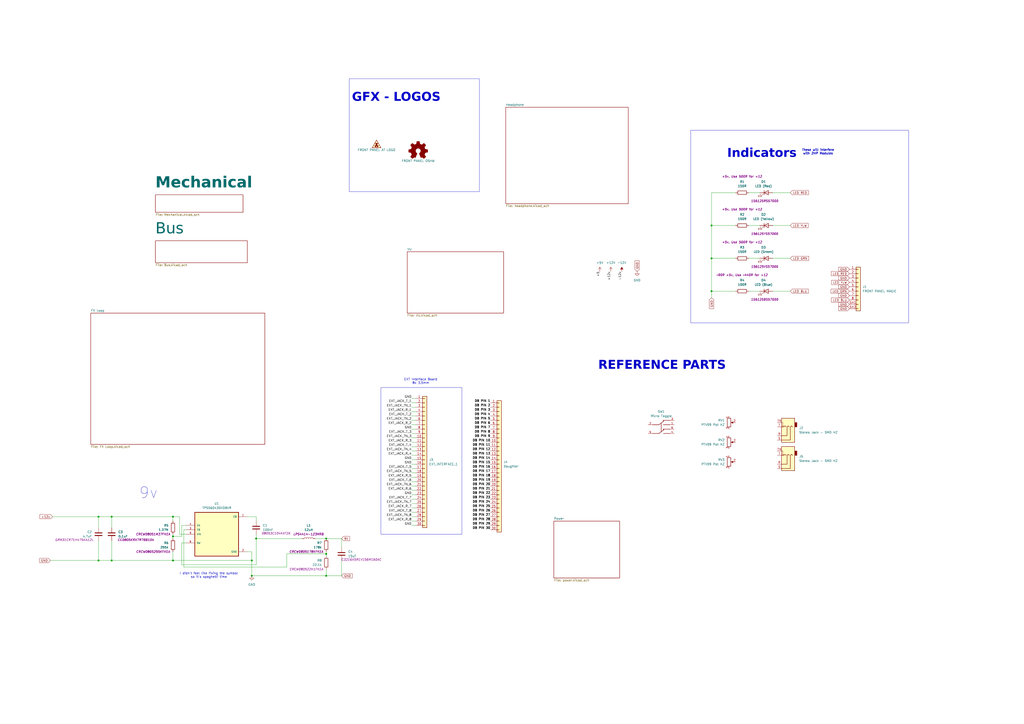
<source format=kicad_sch>
(kicad_sch (version 20231120) (generator "eeschema") (generator_version "8.0")
  (paper "A2")
  (title_block (title "Audio Thing Template") (date "2024-11-13") (rev "1.0") (company "velvia-fifty") (comment 1 "https://github.com/velvia-fifty/AudioThings") (comment 2 "You should have changed this already :)") (comment 4 "Stay humble"))
  (lib_symbols
    (symbol "AT-Symbols:DPDT Micro 1825138-7" (pin_names (offset 1.016))
      (property "Reference" "SW" (at -3.8172 6.362 0))
      (property "Value" "1825138-7" (at -3.8107 -5.7161 0))
      (symbol "DPDT Micro 1825138-7_0_0"
        (polyline (pts (xy -5.08 -2.54) (xy -1.27 -2.54)) (stroke (width 0.254)))
        (polyline (pts (xy -5.08 2.54) (xy -1.27 2.54)) (stroke (width 0.254)))
        (polyline (pts (xy -1.27 -2.54) (xy 1.5875 -0.3175)) (stroke (width 0.254)))
        (polyline (pts (xy -1.27 2.54) (xy 1.5875 4.7625)) (stroke (width 0.254)))
        (polyline (pts (xy 0 3.4925) (xy 0 -1.5875)) (stroke (width 0.254)))
        (polyline (pts (xy 1.27 -2.54) (xy 5.08 -2.54)) (stroke (width 0.254)))
        (polyline (pts (xy 1.27 0) (xy 1.27 -0.635)) (stroke (width 0.254)))
        (polyline (pts (xy 1.27 0) (xy 5.08 0)) (stroke (width 0.254)))
        (polyline (pts (xy 1.27 2.54) (xy 5.08 2.54)) (stroke (width 0.254)))
        (polyline (pts (xy 1.27 5.08) (xy 1.27 4.445)) (stroke (width 0.254)))
        (polyline (pts (xy 1.27 5.08) (xy 5.08 5.08)) (stroke (width 0.254)))
        (pin passive line (at 7.62 2.54 180) (length 2.54) (name "~") (number "1"))
        (pin passive line (at -7.62 2.54 0) (length 2.54) (name "~") (number "2"))
        (pin passive line (at 7.62 5.08 180) (length 2.54) (name "~") (number "3"))
        (pin passive line (at 7.62 -2.54 180) (length 2.54) (name "~") (number "4"))
        (pin passive line (at -7.62 -2.54 0) (length 2.54) (name "~") (number "5"))
        (pin passive line (at 7.62 0 180) (length 2.54) (name "~") (number "6"))
      )
    )
    (symbol "AT-Symbols:FFC_8pin_SH" (pin_names (offset 1.016) hide)
      (property "Reference" "J" (at 0 12.7 0))
      (property "Value" "FFC_8pin_SH" (at 0 -15.24 0))
      (symbol "FFC_8pin_SH_1_1"
        (rectangle (start -1.27 -12.573) (end 0 -12.827) (stroke (width 0.1524)))
        (rectangle (start -1.27 -10.033) (end 0 -10.287) (stroke (width 0.1524)))
        (rectangle (start -1.27 -7.493) (end 0 -7.747) (stroke (width 0.1524)))
        (rectangle (start -1.27 -4.953) (end 0 -5.207) (stroke (width 0.1524)))
        (rectangle (start -1.27 -2.413) (end 0 -2.667) (stroke (width 0.1524)))
        (rectangle (start -1.27 0.127) (end 0 -0.127) (stroke (width 0.1524)))
        (rectangle (start -1.27 2.667) (end 0 2.413) (stroke (width 0.1524)))
        (rectangle (start -1.27 5.207) (end 0 4.953) (stroke (width 0.1524)))
        (rectangle (start -1.27 7.747) (end 0 7.493) (stroke (width 0.1524)))
        (rectangle (start -1.27 10.287) (end 0 10.033) (stroke (width 0.1524)))
        (rectangle (start -1.27 11.43) (end 1.27 -13.97) (stroke (width 0.254)) (fill (type background)))
        (pin passive line (at -5.08 10.16 0) (length 3.81) (name "Pin_1") (number "1"))
        (pin passive line (at -5.08 7.62 0) (length 3.81) (name "Pin_2") (number "2"))
        (pin passive line (at -5.08 5.08 0) (length 3.81) (name "Pin_3") (number "3"))
        (pin passive line (at -5.08 2.54 0) (length 3.81) (name "Pin_4") (number "4"))
        (pin passive line (at -5.08 0 0) (length 3.81) (name "Pin_5") (number "5"))
        (pin passive line (at -5.08 -2.54 0) (length 3.81) (name "Pin_6") (number "6"))
        (pin passive line (at -5.08 -5.08 0) (length 3.81) (name "Pin_7") (number "7"))
        (pin passive line (at -5.08 -7.62 0) (length 3.81) (name "Pin_8") (number "8"))
        (pin passive line (at -5.08 -10.16 0) (length 3.81) (name "SH1") (number "SH1"))
        (pin passive line (at -5.08 -12.7 0) (length 3.81) (name "SH2") (number "SH2"))
      )
    )
    (symbol "AT-Symbols:TPS560430XDBVR" (pin_names (offset 1.016))
      (property "Reference" "U" (at -12.7 13.7 0))
      (property "Value" "TPS560430XDBVR" (at -12.7 -16.7 0))
      (symbol "TPS560430XDBVR_0_0"
        (rectangle (start -12.7 -12.7) (end 12.7 12.7) (stroke (width 0.41)) (fill (type background)))
        (pin power_in line (at 17.78 10.16 180) (length 5.08) (name "CB") (number "1"))
        (pin power_in line (at 17.78 -10.16 180) (length 5.08) (name "GND") (number "2"))
        (pin input line (at -17.78 2.54 0) (length 5.08) (name "FB") (number "3"))
        (pin input line (at -17.78 5.08 0) (length 5.08) (name "EN") (number "4"))
        (pin input line (at -17.78 0 0) (length 5.08) (name "VIN") (number "5"))
        (pin bidirectional line (at -17.78 -5.08 0) (length 5.08) (name "SW") (number "6"))
      )
    )
    (symbol "Connector_Audio:AudioJack3_SwitchT"
      (property "Reference" "J" (at 0 8.89 0))
      (property "Value" "AudioJack3_SwitchT" (at 0 6.35 0))
      (symbol "AudioJack3_SwitchT_0_1"
        (rectangle (start -5.08 -5.08) (end -6.35 -7.62) (stroke (width 0.254)) (fill (type outline)))
        (polyline (pts (xy 1.778 -5.334) (xy 2.032 -5.842)))
        (polyline (pts (xy 0 -5.08) (xy 0.635 -5.715) (xy 1.27 -5.08) (xy 2.54 -5.08)) (stroke (width 0.254)))
        (polyline (pts (xy 2.54 -7.62) (xy 1.778 -7.62) (xy 1.778 -5.334) (xy 1.524 -5.842)))
        (polyline (pts (xy -1.905 -5.08) (xy -1.27 -5.715) (xy -0.635 -5.08) (xy -0.635 0) (xy 2.54 0)) (stroke (width 0.254)))
        (polyline (pts (xy 2.54 2.54) (xy -2.54 2.54) (xy -2.54 -5.08) (xy -3.175 -5.715) (xy -3.81 -5.08)) (stroke (width 0.254)))
        (rectangle (start 2.54 3.81) (end -5.08 -10.16) (stroke (width 0.254)) (fill (type background)))
      )
      (symbol "AudioJack3_SwitchT_1_1"
        (pin passive line (at 5.08 0 180) (length 2.54) (name "~") (number "R"))
        (pin passive line (at 5.08 2.54 180) (length 2.54) (name "~") (number "S"))
        (pin passive line (at 5.08 -5.08 180) (length 2.54) (name "~") (number "T"))
        (pin passive line (at 5.08 -7.62 180) (length 2.54) (name "~") (number "TN"))
      )
    )
    (symbol "Connector_Generic:Conn_01x30" (pin_names (offset 1.016) hide)
      (property "Reference" "J" (at 0 38.1 0))
      (property "Value" "Conn_01x30" (at 0 -40.64 0))
      (symbol "Conn_01x30_1_1"
        (rectangle (start -1.27 -37.973) (end 0 -38.227) (stroke (width 0.1524)))
        (rectangle (start -1.27 -35.433) (end 0 -35.687) (stroke (width 0.1524)))
        (rectangle (start -1.27 -32.893) (end 0 -33.147) (stroke (width 0.1524)))
        (rectangle (start -1.27 -30.353) (end 0 -30.607) (stroke (width 0.1524)))
        (rectangle (start -1.27 -27.813) (end 0 -28.067) (stroke (width 0.1524)))
        (rectangle (start -1.27 -25.273) (end 0 -25.527) (stroke (width 0.1524)))
        (rectangle (start -1.27 -22.733) (end 0 -22.987) (stroke (width 0.1524)))
        (rectangle (start -1.27 -20.193) (end 0 -20.447) (stroke (width 0.1524)))
        (rectangle (start -1.27 -17.653) (end 0 -17.907) (stroke (width 0.1524)))
        (rectangle (start -1.27 -15.113) (end 0 -15.367) (stroke (width 0.1524)))
        (rectangle (start -1.27 -12.573) (end 0 -12.827) (stroke (width 0.1524)))
        (rectangle (start -1.27 -10.033) (end 0 -10.287) (stroke (width 0.1524)))
        (rectangle (start -1.27 -7.493) (end 0 -7.747) (stroke (width 0.1524)))
        (rectangle (start -1.27 -4.953) (end 0 -5.207) (stroke (width 0.1524)))
        (rectangle (start -1.27 -2.413) (end 0 -2.667) (stroke (width 0.1524)))
        (rectangle (start -1.27 0.127) (end 0 -0.127) (stroke (width 0.1524)))
        (rectangle (start -1.27 2.667) (end 0 2.413) (stroke (width 0.1524)))
        (rectangle (start -1.27 5.207) (end 0 4.953) (stroke (width 0.1524)))
        (rectangle (start -1.27 7.747) (end 0 7.493) (stroke (width 0.1524)))
        (rectangle (start -1.27 10.287) (end 0 10.033) (stroke (width 0.1524)))
        (rectangle (start -1.27 12.827) (end 0 12.573) (stroke (width 0.1524)))
        (rectangle (start -1.27 15.367) (end 0 15.113) (stroke (width 0.1524)))
        (rectangle (start -1.27 17.907) (end 0 17.653) (stroke (width 0.1524)))
        (rectangle (start -1.27 20.447) (end 0 20.193) (stroke (width 0.1524)))
        (rectangle (start -1.27 22.987) (end 0 22.733) (stroke (width 0.1524)))
        (rectangle (start -1.27 25.527) (end 0 25.273) (stroke (width 0.1524)))
        (rectangle (start -1.27 28.067) (end 0 27.813) (stroke (width 0.1524)))
        (rectangle (start -1.27 30.607) (end 0 30.353) (stroke (width 0.1524)))
        (rectangle (start -1.27 33.147) (end 0 32.893) (stroke (width 0.1524)))
        (rectangle (start -1.27 35.687) (end 0 35.433) (stroke (width 0.1524)))
        (rectangle (start -1.27 36.83) (end 1.27 -39.37) (stroke (width 0.254)) (fill (type background)))
        (pin passive line (at -5.08 35.56 0) (length 3.81) (name "Pin_1") (number "1"))
        (pin passive line (at -5.08 12.7 0) (length 3.81) (name "Pin_10") (number "10"))
        (pin passive line (at -5.08 10.16 0) (length 3.81) (name "Pin_11") (number "11"))
        (pin passive line (at -5.08 7.62 0) (length 3.81) (name "Pin_12") (number "12"))
        (pin passive line (at -5.08 5.08 0) (length 3.81) (name "Pin_13") (number "13"))
        (pin passive line (at -5.08 2.54 0) (length 3.81) (name "Pin_14") (number "14"))
        (pin passive line (at -5.08 0 0) (length 3.81) (name "Pin_15") (number "15"))
        (pin passive line (at -5.08 -2.54 0) (length 3.81) (name "Pin_16") (number "16"))
        (pin passive line (at -5.08 -5.08 0) (length 3.81) (name "Pin_17") (number "17"))
        (pin passive line (at -5.08 -7.62 0) (length 3.81) (name "Pin_18") (number "18"))
        (pin passive line (at -5.08 -10.16 0) (length 3.81) (name "Pin_19") (number "19"))
        (pin passive line (at -5.08 33.02 0) (length 3.81) (name "Pin_2") (number "2"))
        (pin passive line (at -5.08 -12.7 0) (length 3.81) (name "Pin_20") (number "20"))
        (pin passive line (at -5.08 -15.24 0) (length 3.81) (name "Pin_21") (number "21"))
        (pin passive line (at -5.08 -17.78 0) (length 3.81) (name "Pin_22") (number "22"))
        (pin passive line (at -5.08 -20.32 0) (length 3.81) (name "Pin_23") (number "23"))
        (pin passive line (at -5.08 -22.86 0) (length 3.81) (name "Pin_24") (number "24"))
        (pin passive line (at -5.08 -25.4 0) (length 3.81) (name "Pin_25") (number "25"))
        (pin passive line (at -5.08 -27.94 0) (length 3.81) (name "Pin_26") (number "26"))
        (pin passive line (at -5.08 -30.48 0) (length 3.81) (name "Pin_27") (number "27"))
        (pin passive line (at -5.08 -33.02 0) (length 3.81) (name "Pin_28") (number "28"))
        (pin passive line (at -5.08 -35.56 0) (length 3.81) (name "Pin_29") (number "29"))
        (pin passive line (at -5.08 30.48 0) (length 3.81) (name "Pin_3") (number "3"))
        (pin passive line (at -5.08 -38.1 0) (length 3.81) (name "Pin_30") (number "30"))
        (pin passive line (at -5.08 27.94 0) (length 3.81) (name "Pin_4") (number "4"))
        (pin passive line (at -5.08 25.4 0) (length 3.81) (name "Pin_5") (number "5"))
        (pin passive line (at -5.08 22.86 0) (length 3.81) (name "Pin_6") (number "6"))
        (pin passive line (at -5.08 20.32 0) (length 3.81) (name "Pin_7") (number "7"))
        (pin passive line (at -5.08 17.78 0) (length 3.81) (name "Pin_8") (number "8"))
        (pin passive line (at -5.08 15.24 0) (length 3.81) (name "Pin_9") (number "9"))
      )
    )
    (symbol "Device:C" (pin_numbers hide) (pin_names (offset 0.254))
      (property "Reference" "C" (at 0.635 2.54 0))
      (property "Value" "C" (at 0.635 -2.54 0))
      (symbol "C_0_1"
        (polyline (pts (xy -2.032 -0.762) (xy 2.032 -0.762)) (stroke (width 0.508)))
        (polyline (pts (xy -2.032 0.762) (xy 2.032 0.762)) (stroke (width 0.508)))
      )
      (symbol "C_1_1"
        (pin passive line (at 0 3.81 270) (length 2.794) (name "~") (number "1"))
        (pin passive line (at 0 -3.81 90) (length 2.794) (name "~") (number "2"))
      )
    )
    (symbol "Device:L" (pin_numbers hide) (pin_names (offset 1.016) hide)
      (property "Reference" "L" (at -1.27 0 90))
      (property "Value" "L" (at 1.905 0 90))
      (symbol "L_0_1"
        (arc (start 0 -2.54) (mid 0.6323 -1.905) (end 0 -1.27))
        (arc (start 0 -1.27) (mid 0.6323 -0.635) (end 0 0))
        (arc (start 0 0) (mid 0.6323 0.635) (end 0 1.27))
        (arc (start 0 1.27) (mid 0.6323 1.905) (end 0 2.54))
      )
      (symbol "L_1_1"
        (pin passive line (at 0 3.81 270) (length 1.27) (name "1") (number "1"))
        (pin passive line (at 0 -3.81 90) (length 1.27) (name "2") (number "2"))
      )
    )
    (symbol "Device:LED" (pin_numbers hide) (pin_names (offset 1.016) hide)
      (property "Reference" "D" (at 0 2.54 0))
      (property "Value" "LED" (at 0 -2.54 0))
      (symbol "LED_0_1"
        (polyline (pts (xy -1.27 -1.27) (xy -1.27 1.27)) (stroke (width 0.254)))
        (polyline (pts (xy -1.27 0) (xy 1.27 0)))
        (polyline (pts (xy 1.27 -1.27) (xy 1.27 1.27) (xy -1.27 0) (xy 1.27 -1.27)) (stroke (width 0.254)))
        (polyline (pts (xy -3.048 -0.762) (xy -4.572 -2.286) (xy -3.81 -2.286) (xy -4.572 -2.286) (xy -4.572 -1.524)))
        (polyline (pts (xy -1.778 -0.762) (xy -3.302 -2.286) (xy -2.54 -2.286) (xy -3.302 -2.286) (xy -3.302 -1.524)))
      )
      (symbol "LED_1_1"
        (pin passive line (at -3.81 0 0) (length 2.54) (name "K") (number "1"))
        (pin passive line (at 3.81 0 180) (length 2.54) (name "A") (number "2"))
      )
    )
    (symbol "Device:R" (pin_numbers hide) (pin_names (offset 0))
      (property "Reference" "R" (at 2.032 0 90))
      (property "Value" "R" (at 0 0 90))
      (symbol "R_0_1"
        (rectangle (start -1.016 -2.54) (end 1.016 2.54) (stroke (width 0.254)))
      )
      (symbol "R_1_1"
        (pin passive line (at 0 3.81 270) (length 1.27) (name "~") (number "1"))
        (pin passive line (at 0 -3.81 90) (length 1.27) (name "~") (number "2"))
      )
    )
    (symbol "Device:R_Potentiometer" (pin_names (offset 1.016) hide)
      (property "Reference" "RV" (at -4.445 0 90))
      (property "Value" "R_Potentiometer" (at -2.54 0 90))
      (symbol "R_Potentiometer_0_1"
        (polyline (pts (xy 2.54 0) (xy 1.524 0)))
        (polyline (pts (xy 1.143 0) (xy 2.286 0.508) (xy 2.286 -0.508) (xy 1.143 0)) (fill (type outline)))
        (rectangle (start 1.016 2.54) (end -1.016 -2.54) (stroke (width 0.254)))
      )
      (symbol "R_Potentiometer_1_1"
        (pin passive line (at 0 3.81 270) (length 1.27) (name "1") (number "1"))
        (pin passive line (at 3.81 0 180) (length 1.27) (name "2") (number "2"))
        (pin passive line (at 0 -3.81 90) (length 1.27) (name "3") (number "3"))
      )
    )
    (symbol "Graphic:Logo_Open_Hardware_Small" (in_bom no) (on_board no)
      (symbol "Logo_Open_Hardware_Small_0_1"
        (polyline (pts (xy 3.3528 -4.3434) (xy 3.302 -4.318) (xy 3.175 -4.2418) (xy 2.9972 -4.1148) (xy 2.7686 -3.9624) (xy 2.54 -3.81) (xy 2.3622 -3.7084) (xy 2.2352 -3.6068) (xy 2.1844 -3.5814) (xy 2.159 -3.6068) (xy 2.0574 -3.6576) (xy 1.905 -3.7338) (xy 1.8034 -3.7846) (xy 1.6764 -3.8354) (xy 1.6002 -3.8354) (xy 1.6002 -3.8354) (xy 1.5494 -3.7338) (xy 1.4732 -3.5306) (xy 1.3462 -3.302) (xy 1.2446 -3.0226) (xy 1.1176 -2.7178) (xy 0.9652 -2.413) (xy 0.8636 -2.1082) (xy 0.7366 -1.8288) (xy 0.6604 -1.6256) (xy 0.6096 -1.4732) (xy 0.5842 -1.397) (xy 0.5842 -1.397) (xy 0.6604 -1.3208) (xy 0.7874 -1.2446) (xy 1.0414 -1.016) (xy 1.2954 -0.6858) (xy 1.4478 -0.3302) (xy 1.524 0.0762) (xy 1.4732 0.4572) (xy 1.3208 0.8128) (xy 1.0668 1.143) (xy 0.762 1.3716) (xy 0.4064 1.524) (xy 0 1.5748) (xy -0.381 1.5494) (xy -0.7366 1.397) (xy -1.0668 1.143) (xy -1.2192 0.9906) (xy -1.397 0.6604) (xy -1.524 0.3048) (xy -1.524 0.2286) (xy -1.4986 -0.1778) (xy -1.397 -0.5334) (xy -1.1938 -0.8636) (xy -0.9144 -1.143) (xy -0.8636 -1.1684) (xy -0.7366 -1.27) (xy -0.635 -1.3462) (xy -0.5842 -1.397) (xy -1.0668 -2.5908) (xy -1.143 -2.794) (xy -1.2954 -3.1242) (xy -1.397 -3.4036) (xy -1.4986 -3.6322) (xy -1.5748 -3.7846) (xy -1.6002 -3.8354) (xy -1.6002 -3.8354) (xy -1.651 -3.8354) (xy -1.7272 -3.81) (xy -1.905 -3.7338) (xy -2.0066 -3.683) (xy -2.1336 -3.6068) (xy -2.2098 -3.5814) (xy -2.2606 -3.6068) (xy -2.3622 -3.683) (xy -2.54 -3.81) (xy -2.7686 -3.9624) (xy -2.9718 -4.0894) (xy -3.1496 -4.2164) (xy -3.302 -4.318) (xy -3.3528 -4.3434) (xy -3.3782 -4.3434) (xy -3.429 -4.318) (xy -3.5306 -4.2164) (xy -3.7084 -4.064) (xy -3.937 -3.8354) (xy -3.9624 -3.81) (xy -4.1656 -3.6068) (xy -4.318 -3.4544) (xy -4.4196 -3.3274) (xy -4.445 -3.2766) (xy -4.445 -3.2766) (xy -4.4196 -3.2258) (xy -4.318 -3.0734) (xy -4.2164 -2.8956) (xy -4.064 -2.667) (xy -3.6576 -2.0828) (xy -3.8862 -1.5494) (xy -3.937 -1.3716) (xy -4.0386 -1.1684) (xy -4.0894 -1.0414) (xy -4.1148 -0.9652) (xy -4.191 -0.9398) (xy -4.318 -0.9144) (xy -4.5466 -0.8636) (xy -4.8006 -0.8128) (xy -5.0546 -0.7874) (xy -5.2578 -0.7366) (xy -5.4356 -0.7112) (xy -5.5118 -0.6858) (xy -5.5118 -0.6858) (xy -5.5372 -0.635) (xy -5.5372 -0.5588) (xy -5.5372 -0.4318) (xy -5.5626 -0.2286) (xy -5.5626 0.0762) (xy -5.5626 0.127) (xy -5.5372 0.4064) (xy -5.5372 0.635) (xy -5.5372 0.762) (xy -5.5372 0.8382) (xy -5.5372 0.8382) (xy -5.461 0.8382) (xy -5.3086 0.889) (xy -5.08 0.9144) (xy -4.826 0.9652) (xy -4.8006 0.9906) (xy -4.5466 1.0414) (xy -4.318 1.0668) (xy -4.1656 1.1176) (xy -4.0894 1.143) (xy -4.0894 1.143) (xy -4.0386 1.2446) (xy -3.9624 1.4224) (xy -3.8608 1.6256) (xy -3.7846 1.8288) (xy -3.7084 2.0066) (xy -3.6576 2.159) (xy -3.6322 2.2098) (xy -3.6322 2.2098) (xy -3.683 2.286) (xy -3.7592 2.413) (xy -3.8862 2.5908) (xy -4.064 2.8194) (xy -4.064 2.8448) (xy -4.2164 3.0734) (xy -4.3434 3.2512) (xy -4.4196 3.3782) (xy -4.445 3.4544) (xy -4.445 3.4544) (xy -4.3942 3.5052) (xy -4.2926 3.6322) (xy -4.1148 3.81) (xy -3.937 4.0132) (xy -3.8608 4.064) (xy -3.6576 4.2926) (xy -3.5052 4.4196) (xy -3.4036 4.4958) (xy -3.3528 4.5212) (xy -3.3528 4.5212) (xy -3.302 4.4704) (xy -3.1496 4.3688) (xy -2.9718 4.2418) (xy -2.7432 4.0894) (xy -2.7178 4.0894) (xy -2.4892 3.937) (xy -2.3114 3.81) (xy -2.1844 3.7084) (xy -2.1336 3.683) (xy -2.1082 3.683) (xy -2.032 3.7084) (xy -1.8542 3.7592) (xy -1.6764 3.8354) (xy -1.4732 3.937) (xy -1.27 4.0132) (xy -1.143 4.064) (xy -1.0668 4.1148) (xy -1.0668 4.1148) (xy -1.0414 4.191) (xy -1.016 4.3434) (xy -0.9652 4.572) (xy -0.9144 4.8514) (xy -0.889 4.9022) (xy -0.8382 5.1562) (xy -0.8128 5.3848) (xy -0.7874 5.5372) (xy -0.762 5.588) (xy -0.7112 5.6134) (xy -0.5842 5.6134) (xy -0.4064 5.6134) (xy -0.1524 5.6134) (xy 0.0762 5.6134) (xy 0.3302 5.6134) (xy 0.5334 5.6134) (xy 0.6858 5.588) (xy 0.7366 5.588) (xy 0.7366 5.588) (xy 0.762 5.5118) (xy 0.8128 5.334) (xy 0.8382 5.1054) (xy 0.9144 4.826) (xy 0.9144 4.7752) (xy 0.9652 4.5212) (xy 1.016 4.2926) (xy 1.0414 4.1402) (xy 1.0668 4.0894) (xy 1.0668 4.0894) (xy 1.1938 4.0386) (xy 1.3716 3.9624) (xy 1.5748 3.8608) (xy 2.0828 3.6576) (xy 2.7178 4.0894) (xy 2.7686 4.1402) (xy 2.9972 4.2926) (xy 3.175 4.4196) (xy 3.302 4.4958) (xy 3.3782 4.5212) (xy 3.3782 4.5212) (xy 3.429 4.4704) (xy 3.556 4.3434) (xy 3.7338 4.191) (xy 3.9116 3.9878) (xy 4.064 3.8354) (xy 4.2418 3.6576) (xy 4.3434 3.556) (xy 4.4196 3.4798) (xy 4.4196 3.429) (xy 4.4196 3.4036) (xy 4.3942 3.3274) (xy 4.2926 3.2004) (xy 4.1656 2.9972) (xy 4.0132 2.794) (xy 3.8862 2.5908) (xy 3.7592 2.3876) (xy 3.6576 2.2352) (xy 3.6322 2.159) (xy 3.6322 2.1336) (xy 3.683 2.0066) (xy 3.7592 1.8288) (xy 3.8608 1.6002) (xy 4.064 1.1176) (xy 4.3942 1.0414) (xy 4.5974 1.016) (xy 4.8768 0.9652) (xy 5.1308 0.9144) (xy 5.5372 0.8382) (xy 5.5626 -0.6604) (xy 5.4864 -0.6858) (xy 5.4356 -0.6858) (xy 5.2832 -0.7366) (xy 5.0546 -0.762) (xy 4.8006 -0.8128) (xy 4.5974 -0.8636) (xy 4.3688 -0.9144) (xy 4.2164 -0.9398) (xy 4.1402 -0.9398) (xy 4.1148 -0.9652) (xy 4.064 -1.0668) (xy 3.9878 -1.2446) (xy 3.9116 -1.4478) (xy 3.81 -1.651) (xy 3.7338 -1.8542) (xy 3.683 -2.0066) (xy 3.6576 -2.0828) (xy 3.683 -2.1336) (xy 3.7846 -2.2606) (xy 3.8862 -2.4638) (xy 4.0386 -2.667) (xy 4.191 -2.8956) (xy 4.318 -3.0734) (xy 4.3942 -3.2004) (xy 4.445 -3.2766) (xy 4.4196 -3.3274) (xy 4.3434 -3.429) (xy 4.1656 -3.5814) (xy 3.937 -3.8354) (xy 3.8862 -3.8608) (xy 3.683 -4.064) (xy 3.5306 -4.2164) (xy 3.4036 -4.318) (xy 3.3528 -4.3434)) (fill (type outline)))
      )
    )
    (symbol "Graphic:SYM_Radioactive_Radiation_Small" (in_bom no) (on_board no)
      (symbol "SYM_Radioactive_Radiation_Small_0_0"
        (arc (start -1.1176 -0.7366) (mid -0.8421 -1.2231) (end -0.3556 -1.4986))
        (arc (start -0.6096 -0.6096) (mid -0.4656 -0.8429) (end -0.2286 -0.9906))
        (circle (center -0.0254 -0.3556) (radius 0.3556) (stroke (width 0.254)) (fill (type outline)))
        (polyline (pts (xy -1.1176 -0.7366) (xy -0.6096 -0.6096)))
        (polyline (pts (xy -0.635 0.6096) (xy -0.381 0.1016)))
        (polyline (pts (xy -0.3556 -1.4986) (xy -0.2286 -0.9906)))
        (polyline (pts (xy 0.3556 -1.4986) (xy 0.2286 -0.9906)))
        (polyline (pts (xy 0.635 0.6096) (xy 0.381 0.1016)))
        (polyline (pts (xy 1.1176 -0.7366) (xy 0.6096 -0.6096)))
        (polyline (pts (xy -0.6096 -0.6604) (xy -0.508 -0.8636) (xy -0.254 -0.9652) (xy -0.4064 -1.4732) (xy -0.762 -1.2192) (xy -0.9652 -1.016) (xy -1.0668 -0.7112) (xy -0.6096 -0.6604)) (fill (type outline)))
        (polyline (pts (xy 0.6096 -0.6096) (xy 0.4572 -0.8636) (xy 0.254 -1.016) (xy 0.4064 -1.4732) (xy 0.7112 -1.27) (xy 0.9144 -1.0668) (xy 1.0668 -0.762) (xy 0.6096 -0.6604)) (fill (type outline)))
        (polyline (pts (xy -0.3556 0.1524) (xy -0.1016 0.254) (xy 0.1524 0.254) (xy 0.3556 0.1016) (xy 0.6096 0.6096) (xy 0.3556 0.7112) (xy 0.1016 0.762) (xy -0.1524 0.762) (xy -0.4572 0.6604) (xy -0.6096 0.6096) (xy -0.4064 0.1524)) (fill (type outline)))
        (arc (start 0.2286 -0.9906) (mid 0.4619 -0.8466) (end 0.6096 -0.6096))
        (arc (start 0.3556 -1.4986) (mid 0.8421 -1.2231) (end 1.1176 -0.7366))
        (arc (start 0.381 0.1016) (mid 0 0.2594) (end -0.381 0.1016))
        (arc (start 0.635 0.6096) (mid 0 0.8131) (end -0.635 0.6096))
      )
      (symbol "SYM_Radioactive_Radiation_Small_0_1"
        (polyline (pts (xy -2.54 -1.905) (xy 2.54 -1.905) (xy 0 2.54) (xy -2.54 -1.905)) (stroke (width 0.254)) (fill (type background)))
      )
    )
    (symbol "power:+12V" (power) (pin_numbers hide) (pin_names (offset 0) hide)
      (property "Value" "+12V" (at 0 3.556 0))
      (symbol "+12V_0_1"
        (polyline (pts (xy -0.762 1.27) (xy 0 2.54)))
        (polyline (pts (xy 0 0) (xy 0 2.54)))
        (polyline (pts (xy 0 2.54) (xy 0.762 1.27)))
      )
      (symbol "+12V_1_1"
        (pin power_in line (at 0 0 90) (length 0) (name "~") (number "1"))
      )
    )
    (symbol "power:+5V" (power) (pin_numbers hide) (pin_names (offset 0) hide)
      (property "Value" "+5V" (at 0 3.556 0))
      (symbol "+5V_0_1"
        (polyline (pts (xy -0.762 1.27) (xy 0 2.54)))
        (polyline (pts (xy 0 0) (xy 0 2.54)))
        (polyline (pts (xy 0 2.54) (xy 0.762 1.27)))
      )
      (symbol "+5V_1_1"
        (pin power_in line (at 0 0 90) (length 0) (name "~") (number "1"))
      )
    )
    (symbol "power:-12V" (power) (pin_numbers hide) (pin_names (offset 0) hide)
      (property "Value" "-12V" (at 0 3.556 0))
      (symbol "-12V_0_0"
        (pin power_in line (at 0 0 90) (length 0) (name "~") (number "1"))
      )
      (symbol "-12V_0_1"
        (polyline (pts (xy 0 0) (xy 0 1.27) (xy 0.762 1.27) (xy 0 2.54) (xy -0.762 1.27) (xy 0 1.27)) (fill (type outline)))
      )
    )
    (symbol "power:GND" (power) (pin_numbers hide) (pin_names (offset 0) hide)
      (property "Value" "GND" (at 0 -3.81 0))
      (symbol "GND_0_1"
        (polyline (pts (xy 0 0) (xy 0 -1.27) (xy 1.27 -1.27) (xy 0 -2.54) (xy -1.27 -1.27) (xy 0 -1.27)))
      )
      (symbol "GND_1_1"
        (pin power_in line (at 0 0 270) (length 0) (name "~") (number "1"))
      )
    )
  )
  (junction (at 146.05 334.01))
  (junction (at 148.59 312.42))
  (junction (at 100.33 311.15))
  (junction (at 189.23 334.01))
  (junction (at 146.05 325.12))
  (junction (at 189.23 321.31))
  (junction (at 100.33 299.72))
  (junction (at 64.77 299.72))
  (junction (at 64.77 325.12))
  (junction (at 57.15 299.72))
  (junction (at 412.75 149.86))
  (junction (at 57.15 325.12))
  (junction (at 412.75 168.91))
  (junction (at 412.75 130.81))
  (junction (at 100.33 325.12))
  (junction (at 189.23 312.42))
  (wire (pts (xy 57.15 325.12) (xy 64.77 325.12)))
  (wire (pts (xy 241.3 284.48) (xy 238.76 284.48)))
  (wire (pts (xy 241.3 261.62) (xy 238.76 261.62)))
  (wire (pts (xy 64.77 299.72) (xy 64.77 306.07)))
  (wire (pts (xy 434.34 130.81) (xy 440.69 130.81)))
  (wire (pts (xy 105.41 327.66) (xy 148.59 327.66)))
  (wire (pts (xy 241.3 289.56) (xy 238.76 289.56)))
  (wire (pts (xy 105.41 304.8) (xy 105.41 311.15)))
  (wire (pts (xy 146.05 320.04) (xy 146.05 325.12)))
  (wire (pts (xy 148.59 302.26) (xy 148.59 299.72)))
  (wire (pts (xy 143.51 320.04) (xy 146.05 320.04)))
  (wire (pts (xy 412.75 111.76) (xy 412.75 130.81)))
  (wire (pts (xy 412.75 130.81) (xy 412.75 149.86)))
  (wire (pts (xy 241.3 271.78) (xy 238.76 271.78)))
  (wire (pts (xy 189.23 312.42) (xy 182.88 312.42)))
  (wire (pts (xy 241.3 231.14) (xy 238.76 231.14)))
  (wire (pts (xy 241.3 233.68) (xy 238.76 233.68)))
  (wire (pts (xy 412.75 149.86) (xy 426.72 149.86)))
  (wire (pts (xy 241.3 251.46) (xy 238.76 251.46)))
  (wire (pts (xy 100.33 311.15) (xy 100.33 309.88)))
  (wire (pts (xy 241.3 266.7) (xy 238.76 266.7)))
  (wire (pts (xy 448.31 168.91) (xy 458.47 168.91)))
  (wire (pts (xy 146.05 325.12) (xy 146.05 334.01)))
  (wire (pts (xy 57.15 299.72) (xy 64.77 299.72)))
  (wire (pts (xy 148.59 299.72) (xy 143.51 299.72)))
  (wire (pts (xy 100.33 311.15) (xy 100.33 312.42)))
  (wire (pts (xy 434.34 168.91) (xy 440.69 168.91)))
  (wire (pts (xy 241.3 256.54) (xy 238.76 256.54)))
  (wire (pts (xy 241.3 238.76) (xy 238.76 238.76)))
  (wire (pts (xy 64.77 313.69) (xy 64.77 325.12)))
  (wire (pts (xy 412.75 168.91) (xy 412.75 172.72)))
  (wire (pts (xy 241.3 254) (xy 238.76 254)))
  (wire (pts (xy 241.3 259.08) (xy 238.76 259.08)))
  (wire (pts (xy 198.12 312.42) (xy 189.23 312.42)))
  (wire (pts (xy 100.33 320.04) (xy 100.33 325.12)))
  (wire (pts (xy 148.59 312.42) (xy 148.59 309.88)))
  (wire (pts (xy 241.3 248.92) (xy 238.76 248.92)))
  (wire (pts (xy 241.3 241.3) (xy 238.76 241.3)))
  (wire (pts (xy 412.75 168.91) (xy 426.72 168.91)))
  (wire (pts (xy 198.12 334.01) (xy 189.23 334.01)))
  (wire (pts (xy 106.68 307.34) (xy 106.68 328.93)))
  (wire (pts (xy 64.77 299.72) (xy 100.33 299.72)))
  (wire (pts (xy 241.3 236.22) (xy 238.76 236.22)))
  (wire (pts (xy 241.3 264.16) (xy 238.76 264.16)))
  (wire (pts (xy 241.3 304.8) (xy 238.76 304.8)))
  (wire (pts (xy 241.3 281.94) (xy 238.76 281.94)))
  (wire (pts (xy 100.33 325.12) (xy 146.05 325.12)))
  (wire (pts (xy 412.75 149.86) (xy 412.75 168.91)))
  (wire (pts (xy 107.95 307.34) (xy 106.68 307.34)))
  (wire (pts (xy 104.14 309.88) (xy 104.14 299.72)))
  (wire (pts (xy 434.34 111.76) (xy 440.69 111.76)))
  (wire (pts (xy 241.3 279.4) (xy 238.76 279.4)))
  (wire (pts (xy 104.14 299.72) (xy 100.33 299.72)))
  (wire (pts (xy 105.41 314.96) (xy 105.41 327.66)))
  (wire (pts (xy 241.3 274.32) (xy 238.76 274.32)))
  (wire (pts (xy 30.48 299.72) (xy 57.15 299.72)))
  (wire (pts (xy 241.3 243.84) (xy 238.76 243.84)))
  (wire (pts (xy 57.15 306.07) (xy 57.15 299.72)))
  (wire (pts (xy 189.23 320.04) (xy 189.23 321.31)))
  (wire (pts (xy 241.3 297.18) (xy 238.76 297.18)))
  (wire (pts (xy 105.41 311.15) (xy 100.33 311.15)))
  (wire (pts (xy 148.59 327.66) (xy 148.59 312.42)))
  (wire (pts (xy 106.68 328.93) (xy 166.37 328.93)))
  (wire (pts (xy 107.95 314.96) (xy 105.41 314.96)))
  (wire (pts (xy 57.15 313.69) (xy 57.15 325.12)))
  (wire (pts (xy 241.3 269.24) (xy 238.76 269.24)))
  (wire (pts (xy 64.77 325.12) (xy 100.33 325.12)))
  (wire (pts (xy 241.3 299.72) (xy 238.76 299.72)))
  (wire (pts (xy 241.3 302.26) (xy 238.76 302.26)))
  (wire (pts (xy 412.75 111.76) (xy 426.72 111.76)))
  (wire (pts (xy 29.21 325.12) (xy 57.15 325.12)))
  (wire (pts (xy 189.23 321.31) (xy 166.37 321.31)))
  (wire (pts (xy 241.3 294.64) (xy 238.76 294.64)))
  (wire (pts (xy 434.34 149.86) (xy 440.69 149.86)))
  (wire (pts (xy 146.05 334.01) (xy 189.23 334.01)))
  (wire (pts (xy 189.23 334.01) (xy 189.23 330.2)))
  (wire (pts (xy 100.33 299.72) (xy 100.33 302.26)))
  (wire (pts (xy 241.3 276.86) (xy 238.76 276.86)))
  (wire (pts (xy 241.3 246.38) (xy 238.76 246.38)))
  (wire (pts (xy 241.3 287.02) (xy 238.76 287.02)))
  (wire (pts (xy 198.12 317.5) (xy 198.12 312.42)))
  (wire (pts (xy 241.3 292.1) (xy 238.76 292.1)))
  (wire (pts (xy 448.31 130.81) (xy 458.47 130.81)))
  (wire (pts (xy 448.31 111.76) (xy 458.47 111.76)))
  (wire (pts (xy 166.37 321.31) (xy 166.37 328.93)))
  (wire (pts (xy 448.31 149.86) (xy 458.47 149.86)))
  (wire (pts (xy 189.23 321.31) (xy 189.23 322.58)))
  (wire (pts (xy 148.59 312.42) (xy 175.26 312.42)))
  (wire (pts (xy 107.95 304.8) (xy 105.41 304.8)))
  (wire (pts (xy 412.75 130.81) (xy 426.72 130.81)))
  (wire (pts (xy 198.12 325.12) (xy 198.12 334.01)))
  (wire (pts (xy 107.95 309.88) (xy 104.14 309.88)))
  (rectangle (start 400.685 75.565) (end 527.05 187.325))
  (rectangle (start 202.565 45.72) (end 278.13 111.125))
  (rectangle (start 220.98 224.79) (end 267.97 309.88))
  (text "9v" (at 86.106 286.004 0) (effects (font (size 6.35 6.35))))
  (text "Indicators" (at 441.96 90.424 0) (effects (font (size 5.08 5.08) (thickness 1.016) (bold yes))))
  (text "GFX - LOGOS" (at 229.87 57.912 0) (effects (font (size 5.08 5.08) (thickness 1.016) (bold yes))))
  (text "These will interfere\nwith 2HP Modules" (at 474.472 88.138 0) (effects (font (size 1.27 1.27) (thickness 0.254) (bold yes) (italic yes))))
  (text "REFERENCE PARTS" (at 384.048 213.36 0) (effects (font (size 5.08 5.08) (thickness 1.016) (bold yes))))
  (text "EXT Interface Board\n8x 3.5mm" (at 244.094 221.234 0) (effects (font (size 1.27 1.27))))
  (text "I didn't feel like fixing the symbol\nso it's spaghetti time" (at 121.158 333.756 0) (effects (font (size 1.27 1.27))))
  (label "+5" (at 347.98 157.48 270))
  (label "EXT_JACK_TN_1" (at 238.76 236.22 180))
  (label "GND" (at 238.76 266.7 180))
  (label "EXT_JACK_T_4" (at 238.76 259.08 180))
  (label "GND" (at 238.76 231.14 180))
  (label "DB PIN 8" (at 284.48 251.46 180) (effects (font (thickness 0.254) (bold yes))))
  (label "DB PIN 28" (at 284.48 302.26 180) (effects (font (thickness 0.254) (bold yes))))
  (label "DB PIN 20" (at 284.48 281.94 180) (effects (font (thickness 0.254) (bold yes))))
  (label "DB PIN 11" (at 284.48 259.08 180) (effects (font (thickness 0.254) (bold yes))))
  (label "EXT_JACK_T_3" (at 238.76 251.46 180))
  (label "GND" (at 238.76 248.92 180))
  (label "EXT_JACK_TN_4" (at 238.76 261.62 180))
  (label "DB PIN 14" (at 284.48 266.7 180) (effects (font (thickness 0.254) (bold yes))))
  (label "DB PIN 24" (at 284.48 292.1 180) (effects (font (thickness 0.254) (bold yes))))
  (label "EXT_JACK_R_3" (at 238.76 256.54 180))
  (label "DB PIN 3" (at 284.48 238.76 180) (effects (font (thickness 0.254) (bold yes))))
  (label "DB PIN 13" (at 284.48 264.16 180) (effects (font (thickness 0.254) (bold yes))))
  (label "-12v" (at 360.68 157.48 270))
  (label "DB PIN 18" (at 284.48 276.86 180) (effects (font (thickness 0.254) (bold yes))))
  (label "EXT_JACK_R_2" (at 238.76 246.38 180))
  (label "EXT_JACK_R_8" (at 238.76 302.26 180))
  (label "EXT_JACK_T_2" (at 238.76 241.3 180))
  (label "GND" (at 238.76 287.02 180))
  (label "EXT_JACK_T_5" (at 238.76 271.78 180))
  (label "EXT_JACK_TN_7" (at 238.76 292.1 180))
  (label "DB PIN 10" (at 284.48 256.54 180) (effects (font (thickness 0.254) (bold yes))))
  (label "DB PIN 30" (at 284.48 307.34 180) (effects (font (thickness 0.254) (bold yes))))
  (label "EXT_JACK_TN_5" (at 238.76 274.32 180))
  (label "EXT_JACK_TN_2" (at 238.76 243.84 180))
  (label "EXT_JACK_TN_8" (at 238.76 299.72 180))
  (label "EXT_JACK_R_7" (at 238.76 294.64 180))
  (label "DB PIN 7" (at 284.48 248.92 180) (effects (font (thickness 0.254) (bold yes))))
  (label "DB PIN 9" (at 284.48 254 180) (effects (font (thickness 0.254) (bold yes))))
  (label "EXT_JACK_R_4" (at 238.76 264.16 180))
  (label "DB PIN 1" (at 284.48 233.68 180) (effects (font (thickness 0.254) (bold yes))))
  (label "DB PIN 2" (at 284.48 236.22 180) (effects (font (thickness 0.254) (bold yes))))
  (label "GND" (at 238.76 269.24 180))
  (label "GND" (at 238.76 304.8 180))
  (label "DB PIN 15" (at 284.48 269.24 180) (effects (font (thickness 0.254) (bold yes))))
  (label "DB PIN 19" (at 284.48 279.4 180) (effects (font (thickness 0.254) (bold yes))))
  (label "EXT_JACK_TN_6" (at 238.76 281.94 180))
  (label "DB PIN 21" (at 284.48 284.48 180) (effects (font (thickness 0.254) (bold yes))))
  (label "DB PIN 4" (at 284.48 241.3 180) (effects (font (thickness 0.254) (bold yes))))
  (label "DB PIN 25" (at 284.48 294.64 180) (effects (font (thickness 0.254) (bold yes))))
  (label "DB PIN 12" (at 284.48 261.62 180) (effects (font (thickness 0.254) (bold yes))))
  (label "DB PIN 29" (at 284.48 304.8 180) (effects (font (thickness 0.254) (bold yes))))
  (label "DB PIN 22" (at 284.48 287.02 180) (effects (font (thickness 0.254) (bold yes))))
  (label "EXT_JACK_R_1" (at 238.76 238.76 180))
  (label "EXT_JACK_R_6" (at 238.76 284.48 180))
  (label "EXT_JACK_T_6" (at 238.76 279.4 180))
  (label "DB PIN 6" (at 284.48 246.38 180) (effects (font (thickness 0.254) (bold yes))))
  (label "EXT_JACK_TN_3" (at 238.76 254 180))
  (label "+12v" (at 354.33 157.48 270))
  (label "DB PIN 16" (at 284.48 271.78 180) (effects (font (thickness 0.254) (bold yes))))
  (label "DB PIN 23" (at 284.48 289.56 180) (effects (font (thickness 0.254) (bold yes))))
  (label "EXT_JACK_T_8" (at 238.76 297.18 180))
  (label "EXT_JACK_T_1" (at 238.76 233.68 180))
  (label "EXT_JACK_R_5" (at 238.76 276.86 180))
  (label "DB PIN 5" (at 284.48 243.84 180) (effects (font (thickness 0.254) (bold yes))))
  (label "DB PIN 17" (at 284.48 274.32 180) (effects (font (thickness 0.254) (bold yes))))
  (label "DB PIN 27" (at 284.48 299.72 180) (effects (font (thickness 0.254) (bold yes))))
  (label "EXT_JACK_T_7" (at 238.76 289.56 180))
  (label "DB PIN 26" (at 284.48 297.18 180) (effects (font (thickness 0.254) (bold yes))))
  (global_label "GND" (shape input) (at 412.75 172.72 270) (property "Intersheetrefs" "${INTERSHEET_REFS}" (effects (hide yes))))
  (global_label "LED YLW" (shape input) (at 492.76 163.83 180) (property "Intersheetrefs" "${INTERSHEET_REFS}" (effects (hide yes))))
  (global_label "GND" (shape input) (at 198.12 334.01 0) (property "Intersheetrefs" "${INTERSHEET_REFS}" (effects (hide yes))))
  (global_label "GND" (shape input) (at 492.76 179.07 180) (property "Intersheetrefs" "${INTERSHEET_REFS}" (effects (hide yes))))
  (global_label "LED GRN" (shape input) (at 458.47 149.86 0) (property "Intersheetrefs" "${INTERSHEET_REFS}" (effects (hide yes))))
  (global_label "GND" (shape input) (at 29.21 325.12 180) (property "Intersheetrefs" "${INTERSHEET_REFS}" (effects (hide yes))))
  (global_label "GND" (shape input) (at 492.76 166.37 180) (property "Intersheetrefs" "${INTERSHEET_REFS}" (effects (hide yes))))
  (global_label "GND" (shape input) (at 369.57 157.48 90) (property "Intersheetrefs" "${INTERSHEET_REFS}" (effects (hide yes))))
  (global_label "GND" (shape input) (at 492.76 176.53 180) (property "Intersheetrefs" "${INTERSHEET_REFS}" (effects (hide yes))))
  (global_label "LED GRN" (shape input) (at 492.76 168.91 180) (property "Intersheetrefs" "${INTERSHEET_REFS}" (effects (hide yes))))
  (global_label "LED RED" (shape input) (at 492.76 158.75 180) (property "Intersheetrefs" "${INTERSHEET_REFS}" (effects (hide yes))))
  (global_label "GND" (shape input) (at 492.76 171.45 180) (property "Intersheetrefs" "${INTERSHEET_REFS}" (effects (hide yes))))
  (global_label "9V" (shape input) (at 198.12 312.42 0) (property "Intersheetrefs" "${INTERSHEET_REFS}" (effects (hide yes))))
  (global_label "GND" (shape input) (at 492.76 161.29 180) (property "Intersheetrefs" "${INTERSHEET_REFS}" (effects (hide yes))))
  (global_label "LED BLU" (shape input) (at 492.76 173.99 180) (property "Intersheetrefs" "${INTERSHEET_REFS}" (effects (hide yes))))
  (global_label "GND" (shape input) (at 492.76 156.21 180) (property "Intersheetrefs" "${INTERSHEET_REFS}" (effects (hide yes))))
  (global_label "LED BLU" (shape input) (at 458.47 168.91 0) (property "Intersheetrefs" "${INTERSHEET_REFS}" (effects (hide yes))))
  (global_label "+12v" (shape input) (at 30.48 299.72 180) (property "Intersheetrefs" "${INTERSHEET_REFS}" (effects (hide yes))))
  (global_label "LED YLW" (shape input) (at 458.47 130.81 0) (property "Intersheetrefs" "${INTERSHEET_REFS}" (effects (hide yes))))
  (global_label "LED RED" (shape input) (at 458.47 111.76 0) (property "Intersheetrefs" "${INTERSHEET_REFS}" (effects (hide yes))))
  (symbol (lib_id "Device:C") (at 148.59 306.07 0) (unit 1)
    (property "Reference" "C1" (at 152.4 304.7999 0) (effects (justify left)))
    (property "Value" "100nF" (at 152.4 307.3399 0) (effects (justify left)))
    (property "Footprint" "Resistor_SMD:R_0805_2012Metric_Pad1.20x1.40mm_HandSolder" (effects (hide yes)))
    (property "Description" "Unpolarized capacitor" (effects (hide yes)))
    (property "Field5" "08053C104KAT2A" (at 160.02 309.372 0) (effects (font (italic yes))))
  )
  (symbol (lib_id "power:-12V") (at 360.68 157.48 0) (unit 1)
    (property "Reference" "#PWR03" (effects (hide yes)))
    (property "Value" "-12V" (at 360.68 152.4 0))
    (property "Description" "Power symbol creates a global label with name \"-12V\"" (effects (hide yes)))
  )
  (symbol (lib_id "Graphic:SYM_Radioactive_Radiation_Small") (at 218.44 83.82 0) (unit 1) (exclude_from_sim yes) (in_bom no)
    (property "Reference" "GFX1" (effects (hide yes)))
    (property "Value" "FRONT PANEL AT LOGO" (at 218.44 86.995 0))
    (property "Footprint" "AT-Footprints:at-logo-cu" (effects (hide yes)))
    (property "Description" "Radioactive/radiation warning symbol, small" (effects (hide yes)))
  )
  (symbol (lib_id "Device:R_Potentiometer") (at 422.91 245.11 0) (unit 1) (on_board no)
    (property "Reference" "RV1" (at 420.37 243.8399 0) (effects (justify right)))
    (property "Value" "PTV09 Pot HZ" (at 420.37 246.3799 0) (effects (justify right)))
    (property "Footprint" "AT-Footprints:Potentiometer_Bourns_PTV09A-2_Single_Horizontal" (effects (hide yes)))
    (property "Description" "Potentiometer" (effects (hide yes)))
  )
  (symbol (lib_id "Device:R") (at 189.23 326.39 0) (mirror y) (unit 1)
    (property "Reference" "R8" (at 186.69 325.1199 0) (effects (justify left)))
    (property "Value" "22.1k" (at 186.69 327.6599 0) (effects (justify left)))
    (property "Footprint" "Resistor_SMD:R_0805_2012Metric_Pad1.20x1.40mm_HandSolder" (effects (hide yes)))
    (property "Description" "Resistor" (effects (hide yes)))
    (property "Field5" "CRCW080522K1FKEA" (at 177.8 330.2 0) (effects (font (italic yes))))
  )
  (symbol (lib_id "Device:R_Potentiometer") (at 422.91 267.97 0) (unit 1) (on_board no)
    (property "Reference" "RV3" (at 420.37 266.6999 0) (effects (justify right)))
    (property "Value" "PTV09 Pot HZ" (at 420.37 269.2399 0) (effects (justify right)))
    (property "Footprint" "AT-Footprints:Potentiometer_Bourns_PTV09A-2_Single_Horizontal" (effects (hide yes)))
    (property "Description" "Potentiometer" (effects (hide yes)))
  )
  (symbol (lib_id "Device:R") (at 100.33 316.23 0) (mirror y) (unit 1)
    (property "Reference" "R6" (at 97.79 314.9599 0) (effects (justify left)))
    (property "Value" "255k" (at 97.79 317.4999 0) (effects (justify left)))
    (property "Footprint" "Resistor_SMD:R_0805_2012Metric_Pad1.20x1.40mm_HandSolder" (effects (hide yes)))
    (property "Description" "Resistor" (effects (hide yes)))
    (property "Field5" "CRCW0805255KFKEA" (at 88.9 320.04 0) (effects (font (italic yes))))
  )
  (symbol (lib_id "AT-Symbols:TPS560430XDBVR") (at 125.73 309.88 0) (unit 1)
    (property "Reference" "U1" (at 125.73 292.1 0))
    (property "Value" "TPS560430XDBVR" (at 125.73 294.64 0))
    (property "Footprint" "Package_TO_SOT_SMD:SOT-23-6" (effects (hide yes)))
  )
  (symbol (lib_id "power:+5V") (at 347.98 157.48 0) (unit 1)
    (property "Reference" "#PWR01" (effects (hide yes)))
    (property "Value" "+5V" (at 347.98 152.4 0))
    (property "Description" "Power symbol creates a global label with name \"+5V\"" (effects (hide yes)))
  )
  (symbol (lib_id "Device:R") (at 430.53 149.86 90) (unit 1)
    (property "Reference" "R3" (at 430.53 143.51 90))
    (property "Value" "150R" (at 430.53 146.05 90))
    (property "Footprint" "Resistor_SMD:R_0805_2012Metric_Pad1.20x1.40mm_HandSolder" (effects (hide yes)))
    (property "Description" "Resistor" (effects (hide yes)))
    (property "Field5" "+5v, Use 500R for +12" (at 430.53 140.462 90) (effects (font (italic yes))))
  )
  (symbol (lib_id "Device:R") (at 430.53 130.81 90) (unit 1)
    (property "Reference" "R2" (at 430.53 124.46 90))
    (property "Value" "150R" (at 430.53 127 90))
    (property "Footprint" "Resistor_SMD:R_0805_2012Metric_Pad1.20x1.40mm_HandSolder" (effects (hide yes)))
    (property "Description" "Resistor" (effects (hide yes)))
    (property "Field5" "+5v, Use 500R for +12" (at 430.53 121.412 90) (effects (font (italic yes))))
  )
  (symbol (lib_id "Connector_Generic:Conn_01x30") (at 289.56 269.24 0) (unit 1) (on_board no)
    (property "Reference" "J4" (at 292.1 267.9699 0) (effects (justify left)))
    (property "Value" "Daughter" (at 292.1 270.5099 0) (effects (justify left)))
    (property "Footprint" "AT-Footprints:AMPHENOL_SFV30R-4STE1HLF - FFC - 30 RA" (effects (hide yes)))
    (property "Description" "Generic connector, single row, 01x30, script generated (kicad-library-utils/schlib/autogen/connector/)" (effects (hide yes)))
  )
  (symbol (lib_id "power:GND") (at 369.57 157.48 0) (unit 1)
    (property "Reference" "#PWR04" (effects (hide yes)))
    (property "Value" "GND" (at 369.57 162.56 0))
    (property "Description" "Power symbol creates a global label with name \"GND\" , ground" (effects (hide yes)))
  )
  (symbol (lib_id "Device:R") (at 430.53 168.91 90) (unit 1)
    (property "Reference" "R4" (at 430.53 162.56 90))
    (property "Value" "100R" (at 430.53 165.1 90))
    (property "Footprint" "Resistor_SMD:R_0805_2012Metric_Pad1.20x1.40mm_HandSolder" (effects (hide yes)))
    (property "Description" "Resistor" (effects (hide yes)))
    (property "Field5" "~90R +5v, Use ~440R for +12" (at 430.53 159.512 90) (effects (font (italic yes))))
  )
  (symbol (lib_id "power:+12V") (at 354.33 157.48 0) (unit 1)
    (property "Reference" "#PWR02" (effects (hide yes)))
    (property "Value" "+12V" (at 354.33 152.4 0))
    (property "Description" "Power symbol creates a global label with name \"+12V\"" (effects (hide yes)))
  )
  (symbol (lib_id "AT-Symbols:DPDT Micro 1825138-7") (at 383.54 248.92 0) (unit 1) (on_board no)
    (property "Reference" "SW1" (at 383.54 238.76 0))
    (property "Value" "Micro Toggle" (at 383.54 241.3 0))
    (property "Footprint" "AT-Footprints:DPDT Micro SW_1825138-7" (effects (hide yes)))
    (property "Description" "TE Part" (effects (hide yes)))
    (property "PARTREV" "A5" (effects (hide yes)))
    (property "STANDARD" "Manufacturer recommendations" (effects (hide yes)))
    (property "MANUFACTURER" "TE Connectivity" (effects (hide yes)))
  )
  (symbol (lib_id "Device:L") (at 179.07 312.42 90) (unit 1)
    (property "Reference" "L1" (at 179.07 304.8 90))
    (property "Value" "12uH" (at 179.07 307.34 90))
    (property "Footprint" "Inductor_SMD:L_Coilcraft_LPS4414" (effects (hide yes)))
    (property "Description" "Inductor" (effects (hide yes)))
    (property "Field5" "LPS4414-123MRB" (at 179.07 309.88 90) (effects (font (italic yes))))
  )
  (symbol (lib_id "Device:R") (at 430.53 111.76 90) (unit 1)
    (property "Reference" "R1" (at 430.53 105.41 90))
    (property "Value" "150R" (at 430.53 107.95 90))
    (property "Footprint" "Resistor_SMD:R_0805_2012Metric_Pad1.20x1.40mm_HandSolder" (effects (hide yes)))
    (property "Description" "Resistor" (effects (hide yes)))
    (property "Field5" "+5v, Use 500R for +12" (at 430.53 102.362 90) (effects (font (italic yes))))
  )
  (symbol (lib_id "Device:LED") (at 444.5 168.91 0) (unit 1)
    (property "Reference" "D4" (at 442.9125 162.56 0))
    (property "Value" "LED (Blue)" (at 442.9125 165.1 0))
    (property "Footprint" "AT-Footprints:WL-SMRD_1205" (effects (hide yes)))
    (property "Description" "Light emitting diode" (effects (hide yes)))
    (property "Field5" "156125BS57000" (at 443.484 173.736 0) (effects (font (italic yes))))
  )
  (symbol (lib_id "Connector_Audio:AudioJack3_SwitchT") (at 455.93 269.24 180) (unit 1) (on_board no)
    (property "Reference" "J5" (at 463.55 264.7949 0) (effects (justify right)))
    (property "Value" "Stereo Jack - SMD HZ" (at 463.55 267.3349 0) (effects (justify right)))
    (property "Footprint" "AT-Footprints:SMD_STEREO_CUI_SJ-3524-SMT_Horizontal" (effects (hide yes)))
    (property "Description" "Audio Jack, 3 Poles (Stereo / TRS), Switched T Pole (Normalling)" (effects (hide yes)))
  )
  (symbol (lib_id "Graphic:Logo_Open_Hardware_Small") (at 242.57 87.63 0) (unit 1) (exclude_from_sim yes) (in_bom no)
    (property "Reference" "GFX2" (effects (hide yes)))
    (property "Value" "FRONT PANEL OSHW" (at 242.57 93.345 0))
    (property "Footprint" "Symbol:OSHW-Logo_5.7x6mm_Copper" (effects (hide yes)))
    (property "Description" "Logo Kicadx" (effects (hide yes)))
  )
  (symbol (lib_id "Device:C") (at 198.12 321.31 0) (unit 1)
    (property "Reference" "C4" (at 201.93 320.0399 0) (effects (justify left)))
    (property "Value" "15uF" (at 201.93 322.5799 0) (effects (justify left)))
    (property "Footprint" "Capacitor_SMD:C_1206_3216Metric_Pad1.33x1.80mm_HandSolder" (effects (hide yes)))
    (property "Description" "Unpolarized capacitor" (effects (hide yes)))
    (property "Field5" "C3216X5R1V156M160AC" (at 209.55 324.612 0) (effects (font (italic yes))))
  )
  (symbol (lib_id "power:GND") (at 146.05 334.01 0) (unit 1)
    (property "Reference" "#PWR05" (effects (hide yes)))
    (property "Value" "GND" (at 146.05 339.09 0))
    (property "Description" "Power symbol creates a global label with name \"GND\" , ground" (effects (hide yes)))
  )
  (symbol (lib_id "Device:C") (at 57.15 309.88 0) (mirror y) (unit 1)
    (property "Reference" "C2" (at 53.34 308.6099 0) (effects (justify left)))
    (property "Value" "4.7uF" (at 53.34 311.1499 0) (effects (justify left)))
    (property "Footprint" "Capacitor_SMD:C_2220_5750Metric_Pad1.97x5.40mm_HandSolder" (effects (hide yes)))
    (property "Description" "Unpolarized capacitor" (effects (hide yes)))
    (property "Field5" "GRM31CR71H475KA12L" (at 43.18 313.182 0) (effects (font (italic yes))))
  )
  (symbol (lib_id "Device:LED") (at 444.5 149.86 0) (unit 1)
    (property "Reference" "D3" (at 442.9125 143.51 0))
    (property "Value" "LED (Green)" (at 442.9125 146.05 0))
    (property "Footprint" "AT-Footprints:WL-SMRD_1205" (effects (hide yes)))
    (property "Description" "Light emitting diode" (effects (hide yes)))
    (property "Field5" "156125VS57000" (at 443.484 154.686 0) (effects (font (italic yes))))
  )
  (symbol (lib_id "Device:C") (at 64.77 309.88 0) (unit 1)
    (property "Reference" "C3" (at 68.58 308.6099 0) (effects (justify left)))
    (property "Value" "0.1uF" (at 68.58 311.1499 0) (effects (justify left)))
    (property "Footprint" "Resistor_SMD:R_0805_2012Metric_Pad1.20x1.40mm_HandSolder" (effects (hide yes)))
    (property "Description" "Unpolarized capacitor" (effects (hide yes)))
    (property "Field5" "CC0805KRX7R7BB104" (at 78.74 313.182 0) (effects (font (italic yes))))
  )
  (symbol (lib_id "Connector_Generic:Conn_01x30") (at 246.38 266.7 0) (unit 1) (on_board no)
    (property "Reference" "J3" (at 248.92 266.6999 0) (effects (justify left)))
    (property "Value" "EXT_INTERFACE_1" (at 248.92 269.2399 0) (effects (justify left)))
    (property "Footprint" "AT-Footprints:AMPHENOL_SFV30R-4STE1HLF - FFC - 30 RA" (effects (hide yes)))
    (property "Description" "Generic connector, single row, 01x30, script generated (kicad-library-utils/schlib/autogen/connector/)" (effects (hide yes)))
  )
  (symbol (lib_id "Device:LED") (at 444.5 130.81 0) (unit 1)
    (property "Reference" "D2" (at 442.9125 124.46 0))
    (property "Value" "LED (Yellow)" (at 442.9125 127 0))
    (property "Footprint" "AT-Footprints:WL-SMRD_1205" (effects (hide yes)))
    (property "Description" "Light emitting diode" (effects (hide yes)))
    (property "Field5" "156125YS57000" (at 443.484 135.636 0) (effects (font (italic yes))))
  )
  (symbol (lib_id "Device:R") (at 189.23 316.23 0) (mirror y) (unit 1)
    (property "Reference" "R7" (at 186.69 314.9599 0) (effects (justify left)))
    (property "Value" "178k" (at 186.69 317.4999 0) (effects (justify left)))
    (property "Footprint" "Resistor_SMD:R_0805_2012Metric_Pad1.20x1.40mm_HandSolder" (effects (hide yes)))
    (property "Description" "Resistor" (effects (hide yes)))
    (property "Field5" "CRCW0805178KFKEA" (at 177.8 320.04 0) (effects (font (italic yes))))
  )
  (symbol (lib_id "Device:R_Potentiometer") (at 422.91 256.54 0) (unit 1) (on_board no)
    (property "Reference" "RV2" (at 420.37 255.2699 0) (effects (justify right)))
    (property "Value" "PTV09 Pot HZ" (at 420.37 257.8099 0) (effects (justify right)))
    (property "Footprint" "AT-Footprints:Potentiometer_Bourns_PTV09A-2_Single_Horizontal" (effects (hide yes)))
    (property "Description" "Potentiometer" (effects (hide yes)))
  )
  (symbol (lib_id "AT-Symbols:FFC_8pin_SH") (at 497.84 166.37 0) (unit 1)
    (property "Reference" "J1" (at 500.38 166.3699 0) (effects (justify left)))
    (property "Value" "FRONT PANEL MAGIC" (at 500.38 168.9099 0) (effects (justify left)))
    (property "Footprint" "AT-Footprints:AMPHENOL_F33B-1A7Q1-E8C08" (effects (hide yes)))
    (property "Description" "Generic connector, single row, 01x10, script generated (kicad-library-utils/schlib/autogen/connector/)" (effects (hide yes)))
  )
  (symbol (lib_id "Device:R") (at 100.33 306.07 0) (mirror y) (unit 1)
    (property "Reference" "R5" (at 97.79 304.7999 0) (effects (justify left)))
    (property "Value" "1.37M" (at 97.79 307.3399 0) (effects (justify left)))
    (property "Footprint" "Resistor_SMD:R_0805_2012Metric_Pad1.20x1.40mm_HandSolder" (effects (hide yes)))
    (property "Description" "Resistor" (effects (hide yes)))
    (property "Field5" "CRCW08051M37FKEA" (at 88.9 309.88 0) (effects (font (italic yes))))
  )
  (symbol (lib_id "Connector_Audio:AudioJack3_SwitchT") (at 455.93 252.73 180) (unit 1) (on_board no)
    (property "Reference" "J2" (at 463.55 248.2849 0) (effects (justify right)))
    (property "Value" "Stereo Jack - SMD HZ" (at 463.55 250.8249 0) (effects (justify right)))
    (property "Footprint" "AT-Footprints:SMD_STEREO_CUI_SJ-3524-SMT_Horizontal" (effects (hide yes)))
    (property "Description" "Audio Jack, 3 Poles (Stereo / TRS), Switched T Pole (Normalling)" (effects (hide yes)))
  )
  (symbol (lib_id "Device:LED") (at 444.5 111.76 0) (unit 1)
    (property "Reference" "D1" (at 442.9125 105.41 0))
    (property "Value" "LED (Red)" (at 442.9125 107.95 0))
    (property "Footprint" "AT-Footprints:WL-SMRD_1205" (effects (hide yes)))
    (property "Description" "Light emitting diode" (effects (hide yes)))
    (property "Field5" "156125RS57000" (at 443.484 116.586 0) (effects (font (italic yes))))
  )
  (sheet (at 52.705 181.61) (size 100.965 76.2) (stroke (width 0.1524))
    (property "Sheetname" "FX Loop" (at 52.705 180.8984 0) (effects (justify left bottom)))
    (property "Sheetfile" "FX Loop.kicad_sch" (at 52.705 258.3946 0) (effects (justify left top)))
  )
  (sheet (at 321.31 302.26) (size 38.1 33.02) (stroke (width 0.1524))
    (property "Sheetname" "Power" (at 321.31 301.5484 0) (effects (justify left bottom)))
    (property "Sheetfile" "power.kicad_sch" (at 321.31 335.8646 0) (effects (justify left top)))
  )
  (sheet (at 236.22 146.05) (size 55.88 35.56) (stroke (width 0.1524))
    (property "Sheetname" "VU" (at 236.22 145.3384 0) (effects (justify left bottom)))
    (property "Sheetfile" "VU.kicad_sch" (at 236.22 182.1946 0) (effects (justify left top)))
  )
  (sheet (at 90.17 113.03) (size 50.8 10.16) (stroke (width 0.1524))
    (property "Sheetname" "Mechanical" (at 90.17 109.7784 0) (effects (font (size 6.35 6.35) (thickness 1.27) (bold yes)) (justify left bottom)))
    (property "Sheetfile" "Mechanical.kicad_sch" (at 90.17 123.7746 0) (effects (justify left top)))
  )
  (sheet (at 90.17 139.7) (size 53.34 12.7) (stroke (width 0.1524))
    (property "Sheetname" "Bus" (at 90.17 136.4484 0) (effects (font (size 6.35 6.35)) (justify left bottom)))
    (property "Sheetfile" "Bus.kicad_sch" (at 90.17 152.9846 0) (effects (justify left top)))
  )
  (sheet (at 293.37 62.23) (size 71.12 55.88) (stroke (width 0.1524))
    (property "Sheetname" "Headphone" (at 293.37 61.5184 0) (effects (justify left bottom)))
    (property "Sheetfile" "headphone.kicad_sch" (at 293.37 118.6946 0) (effects (justify left top)))
  )
)
</source>
